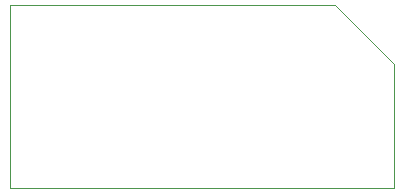
<source format=gm1>
%TF.GenerationSoftware,KiCad,Pcbnew,7.0.6*%
%TF.CreationDate,2024-04-24T00:37:06-04:00*%
%TF.ProjectId,Doom Keycap,446f6f6d-204b-4657-9963-61702e6b6963,REV1*%
%TF.SameCoordinates,Original*%
%TF.FileFunction,Profile,NP*%
%FSLAX46Y46*%
G04 Gerber Fmt 4.6, Leading zero omitted, Abs format (unit mm)*
G04 Created by KiCad (PCBNEW 7.0.6) date 2024-04-24 00:37:06*
%MOMM*%
%LPD*%
G01*
G04 APERTURE LIST*
%TA.AperFunction,Profile*%
%ADD10C,0.050000*%
%TD*%
G04 APERTURE END LIST*
D10*
X188090000Y-83875000D02*
X188090000Y-94375000D01*
X155590000Y-94375000D01*
X155590000Y-78875000D01*
X183090000Y-78875000D01*
X188090000Y-83875000D01*
M02*

</source>
